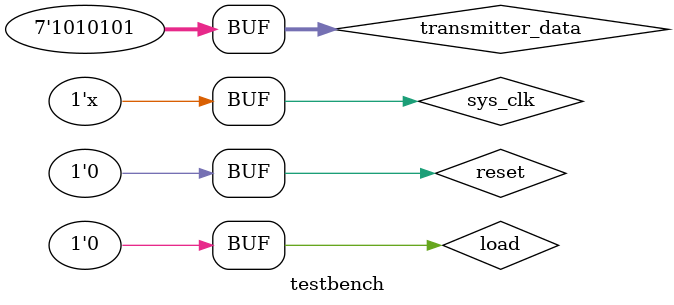
<source format=v>
module testbench;
reg sys_clk = 0;
always #5 sys_clk = ~sys_clk; // Clock frequency

reg reset = 1;
initial #10 reset = 0;

reg load;
reg [6:0] transmitter_data;
wire tx;
reg rx;
wire [6:0] receiver_data_out;
wire receiver_ready;

UART_Transmitter tx_module (
    .sys_clk(sys_clk),
    .reset(reset),
    .load(load),
    .data_in(transmitter_data),
    .tx(tx)
);


UART_Receiver rx_module (
    .sys_clk(sys_clk),
    .rx(rx),
    .data_out(receiver_data_out),
    .ready(receiver_ready)
);

initial begin
    load = 0;
    #20 transmitter_data = 7'b1010101; load = 1;
    #10 load = 0;
    #20 rx = tx;
end

endmodule 
</source>
